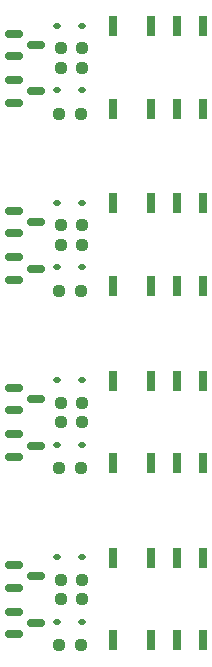
<source format=gbr>
%TF.GenerationSoftware,KiCad,Pcbnew,8.0.5*%
%TF.CreationDate,2025-06-13T11:28:52+02:00*%
%TF.ProjectId,insulFrogExtensionSMD,696e7375-6c46-4726-9f67-457874656e73,rev?*%
%TF.SameCoordinates,Original*%
%TF.FileFunction,Paste,Top*%
%TF.FilePolarity,Positive*%
%FSLAX46Y46*%
G04 Gerber Fmt 4.6, Leading zero omitted, Abs format (unit mm)*
G04 Created by KiCad (PCBNEW 8.0.5) date 2025-06-13 11:28:52*
%MOMM*%
%LPD*%
G01*
G04 APERTURE LIST*
G04 Aperture macros list*
%AMRoundRect*
0 Rectangle with rounded corners*
0 $1 Rounding radius*
0 $2 $3 $4 $5 $6 $7 $8 $9 X,Y pos of 4 corners*
0 Add a 4 corners polygon primitive as box body*
4,1,4,$2,$3,$4,$5,$6,$7,$8,$9,$2,$3,0*
0 Add four circle primitives for the rounded corners*
1,1,$1+$1,$2,$3*
1,1,$1+$1,$4,$5*
1,1,$1+$1,$6,$7*
1,1,$1+$1,$8,$9*
0 Add four rect primitives between the rounded corners*
20,1,$1+$1,$2,$3,$4,$5,0*
20,1,$1+$1,$4,$5,$6,$7,0*
20,1,$1+$1,$6,$7,$8,$9,0*
20,1,$1+$1,$8,$9,$2,$3,0*%
G04 Aperture macros list end*
%ADD10RoundRect,0.237500X-0.250000X-0.237500X0.250000X-0.237500X0.250000X0.237500X-0.250000X0.237500X0*%
%ADD11RoundRect,0.112500X0.187500X0.112500X-0.187500X0.112500X-0.187500X-0.112500X0.187500X-0.112500X0*%
%ADD12R,0.800000X1.800000*%
%ADD13RoundRect,0.150000X-0.587500X-0.150000X0.587500X-0.150000X0.587500X0.150000X-0.587500X0.150000X0*%
G04 APERTURE END LIST*
D10*
%TO.C,R12*%
X94175000Y-127500000D03*
X96000000Y-127500000D03*
%TD*%
%TO.C,R11*%
X94175000Y-112500000D03*
X96000000Y-112500000D03*
%TD*%
%TO.C,R10*%
X94175000Y-97500000D03*
X96000000Y-97500000D03*
%TD*%
%TO.C,R9*%
X94175000Y-82500000D03*
X96000000Y-82500000D03*
%TD*%
D11*
%TO.C,D3*%
X96124000Y-90039000D03*
X94024000Y-90039000D03*
%TD*%
D12*
%TO.C,K4*%
X98737500Y-127087000D03*
X101937500Y-127087000D03*
X104137500Y-127087000D03*
X106337500Y-127087000D03*
X106337500Y-120087000D03*
X104137500Y-120087000D03*
X101937500Y-120087000D03*
X98737500Y-120087000D03*
%TD*%
D10*
%TO.C,R7*%
X94288500Y-121944000D03*
X96113500Y-121944000D03*
%TD*%
D13*
%TO.C,Q1*%
X90326500Y-75710000D03*
X90326500Y-77610000D03*
X92201500Y-76660000D03*
%TD*%
%TO.C,Q5*%
X90326500Y-105710000D03*
X90326500Y-107610000D03*
X92201500Y-106660000D03*
%TD*%
D10*
%TO.C,R2*%
X94288500Y-78595000D03*
X96113500Y-78595000D03*
%TD*%
D13*
%TO.C,Q7*%
X90326500Y-120710000D03*
X90326500Y-122610000D03*
X92201500Y-121660000D03*
%TD*%
%TO.C,Q3*%
X90326500Y-90710000D03*
X90326500Y-92610000D03*
X92201500Y-91660000D03*
%TD*%
D10*
%TO.C,R6*%
X94288500Y-108595000D03*
X96113500Y-108595000D03*
%TD*%
%TO.C,R1*%
X94288500Y-76944000D03*
X96113500Y-76944000D03*
%TD*%
D11*
%TO.C,D1*%
X96124000Y-75039000D03*
X94024000Y-75039000D03*
%TD*%
D10*
%TO.C,R5*%
X94288500Y-106944000D03*
X96113500Y-106944000D03*
%TD*%
D11*
%TO.C,D4*%
X96124000Y-95500000D03*
X94024000Y-95500000D03*
%TD*%
D13*
%TO.C,Q6*%
X90326500Y-109647000D03*
X90326500Y-111547000D03*
X92201500Y-110597000D03*
%TD*%
D12*
%TO.C,K3*%
X98737500Y-112087000D03*
X101937500Y-112087000D03*
X104137500Y-112087000D03*
X106337500Y-112087000D03*
X106337500Y-105087000D03*
X104137500Y-105087000D03*
X101937500Y-105087000D03*
X98737500Y-105087000D03*
%TD*%
D11*
%TO.C,D2*%
X96124000Y-80500000D03*
X94024000Y-80500000D03*
%TD*%
%TO.C,D7*%
X96124000Y-120039000D03*
X94024000Y-120039000D03*
%TD*%
%TO.C,D6*%
X96124000Y-110500000D03*
X94024000Y-110500000D03*
%TD*%
D13*
%TO.C,Q8*%
X90326500Y-124647000D03*
X90326500Y-126547000D03*
X92201500Y-125597000D03*
%TD*%
D10*
%TO.C,R3*%
X94288500Y-91944000D03*
X96113500Y-91944000D03*
%TD*%
%TO.C,R8*%
X94288500Y-123595000D03*
X96113500Y-123595000D03*
%TD*%
D13*
%TO.C,Q2*%
X90326500Y-79647000D03*
X90326500Y-81547000D03*
X92201500Y-80597000D03*
%TD*%
D12*
%TO.C,K2*%
X98737500Y-97087000D03*
X101937500Y-97087000D03*
X104137500Y-97087000D03*
X106337500Y-97087000D03*
X106337500Y-90087000D03*
X104137500Y-90087000D03*
X101937500Y-90087000D03*
X98737500Y-90087000D03*
%TD*%
%TO.C,K1*%
X98737500Y-82087000D03*
X101937500Y-82087000D03*
X104137500Y-82087000D03*
X106337500Y-82087000D03*
X106337500Y-75087000D03*
X104137500Y-75087000D03*
X101937500Y-75087000D03*
X98737500Y-75087000D03*
%TD*%
D11*
%TO.C,D8*%
X96124000Y-125500000D03*
X94024000Y-125500000D03*
%TD*%
D13*
%TO.C,Q4*%
X90326500Y-94647000D03*
X90326500Y-96547000D03*
X92201500Y-95597000D03*
%TD*%
D11*
%TO.C,D5*%
X96124000Y-105039000D03*
X94024000Y-105039000D03*
%TD*%
D10*
%TO.C,R4*%
X94288500Y-93595000D03*
X96113500Y-93595000D03*
%TD*%
M02*

</source>
